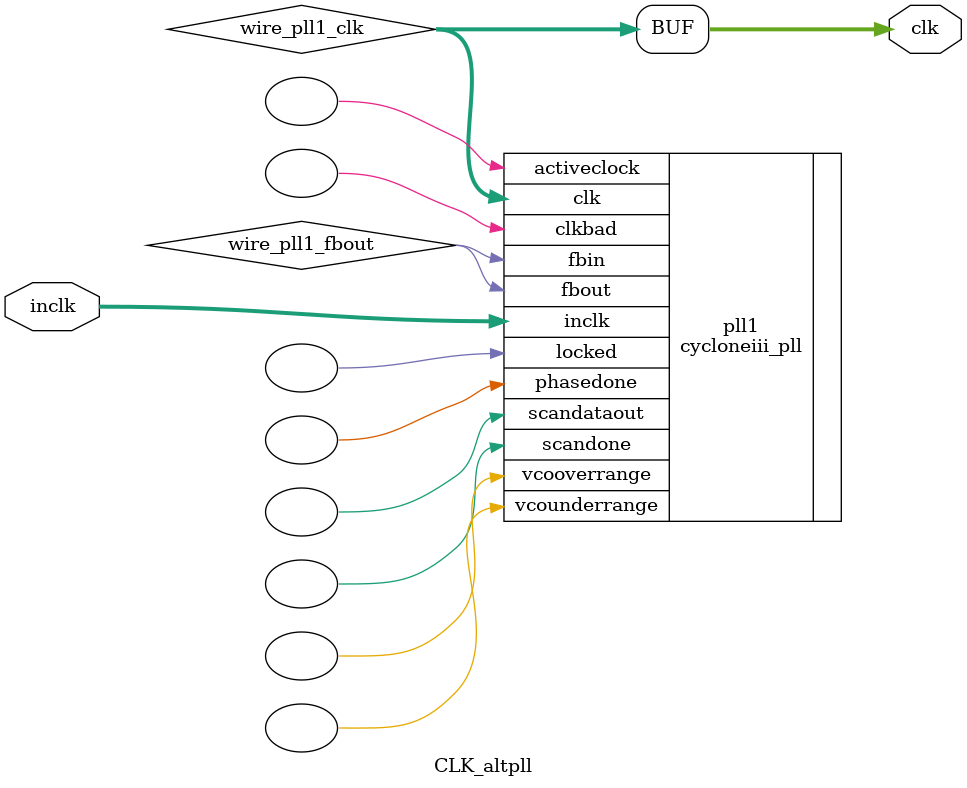
<source format=v>






//synthesis_resources = cycloneiii_pll 1 
//synopsys translate_off
`timescale 1 ps / 1 ps
//synopsys translate_on
module  CLK_altpll
	( 
	clk,
	inclk) /* synthesis synthesis_clearbox=1 */;
	output   [4:0]  clk;
	input   [1:0]  inclk;
`ifndef ALTERA_RESERVED_QIS
// synopsys translate_off
`endif
	tri0   [1:0]  inclk;
`ifndef ALTERA_RESERVED_QIS
// synopsys translate_on
`endif

	wire  [4:0]   wire_pll1_clk;
	wire  wire_pll1_fbout;

	cycloneiii_pll   pll1
	( 
	.activeclock(),
	.clk(wire_pll1_clk),
	.clkbad(),
	.fbin(wire_pll1_fbout),
	.fbout(wire_pll1_fbout),
	.inclk(inclk),
	.locked(),
	.phasedone(),
	.scandataout(),
	.scandone(),
	.vcooverrange(),
	.vcounderrange()
	`ifndef FORMAL_VERIFICATION
	// synopsys translate_off
	`endif
	,
	.areset(1'b0),
	.clkswitch(1'b0),
	.configupdate(1'b0),
	.pfdena(1'b1),
	.phasecounterselect({3{1'b0}}),
	.phasestep(1'b0),
	.phaseupdown(1'b0),
	.scanclk(1'b0),
	.scanclkena(1'b1),
	.scandata(1'b0)
	`ifndef FORMAL_VERIFICATION
	// synopsys translate_on
	`endif
	);
	defparam
		pll1.bandwidth_type = "auto",
		pll1.clk0_divide_by = 10,
		pll1.clk0_duty_cycle = 50,
		pll1.clk0_multiply_by = 1,
		pll1.clk0_phase_shift = "0",
		pll1.clk1_divide_by = 50,
		pll1.clk1_duty_cycle = 50,
		pll1.clk1_multiply_by = 1,
		pll1.clk1_phase_shift = "0",
		pll1.clk2_divide_by = 5,
		pll1.clk2_duty_cycle = 50,
		pll1.clk2_multiply_by = 1,
		pll1.clk2_phase_shift = "0",
		pll1.clk3_divide_by = 125,
		pll1.clk3_duty_cycle = 50,
		pll1.clk3_multiply_by = 1,
		pll1.clk3_phase_shift = "0",
		pll1.compensate_clock = "clk0",
		pll1.inclk0_input_frequency = 20000,
		pll1.operation_mode = "normal",
		pll1.pll_type = "auto",
		pll1.lpm_type = "cycloneiii_pll";
	assign
		clk = {wire_pll1_clk[4:0]};
endmodule //CLK_altpll
//VALID FILE

</source>
